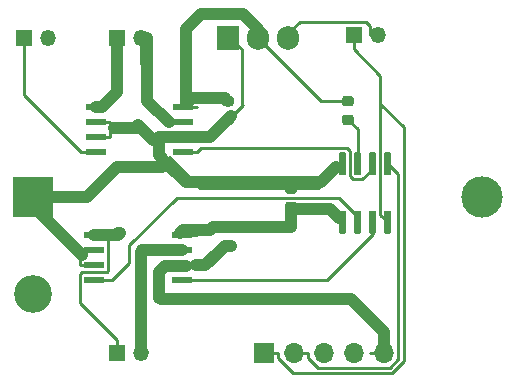
<source format=gbr>
G04 #@! TF.GenerationSoftware,KiCad,Pcbnew,(5.1.2)-2*
G04 #@! TF.CreationDate,2020-08-07T23:42:31+09:00*
G04 #@! TF.ProjectId,IRRemo,49525265-6d6f-42e6-9b69-6361645f7063,rev?*
G04 #@! TF.SameCoordinates,Original*
G04 #@! TF.FileFunction,Copper,L1,Top*
G04 #@! TF.FilePolarity,Positive*
%FSLAX46Y46*%
G04 Gerber Fmt 4.6, Leading zero omitted, Abs format (unit mm)*
G04 Created by KiCad (PCBNEW (5.1.2)-2) date 2020-08-07 23:42:31*
%MOMM*%
%LPD*%
G04 APERTURE LIST*
%ADD10C,3.500000*%
%ADD11R,3.500000X3.500000*%
%ADD12C,3.200000*%
%ADD13C,0.100000*%
%ADD14C,0.875000*%
%ADD15O,1.700000X1.700000*%
%ADD16R,1.700000X1.700000*%
%ADD17C,0.600000*%
%ADD18R,1.750000X0.550000*%
%ADD19O,1.905000X2.000000*%
%ADD20R,1.905000X2.000000*%
%ADD21O,1.350000X1.350000*%
%ADD22R,1.350000X1.350000*%
%ADD23C,0.800000*%
%ADD24C,0.250000*%
%ADD25C,1.000000*%
G04 APERTURE END LIST*
D10*
X147474000Y-113030000D03*
D11*
X109474000Y-113030000D03*
D12*
X109474000Y-121230000D03*
D13*
G36*
X131595691Y-113407053D02*
G01*
X131616926Y-113410203D01*
X131637750Y-113415419D01*
X131657962Y-113422651D01*
X131677368Y-113431830D01*
X131695781Y-113442866D01*
X131713024Y-113455654D01*
X131728930Y-113470070D01*
X131743346Y-113485976D01*
X131756134Y-113503219D01*
X131767170Y-113521632D01*
X131776349Y-113541038D01*
X131783581Y-113561250D01*
X131788797Y-113582074D01*
X131791947Y-113603309D01*
X131793000Y-113624750D01*
X131793000Y-114062250D01*
X131791947Y-114083691D01*
X131788797Y-114104926D01*
X131783581Y-114125750D01*
X131776349Y-114145962D01*
X131767170Y-114165368D01*
X131756134Y-114183781D01*
X131743346Y-114201024D01*
X131728930Y-114216930D01*
X131713024Y-114231346D01*
X131695781Y-114244134D01*
X131677368Y-114255170D01*
X131657962Y-114264349D01*
X131637750Y-114271581D01*
X131616926Y-114276797D01*
X131595691Y-114279947D01*
X131574250Y-114281000D01*
X131061750Y-114281000D01*
X131040309Y-114279947D01*
X131019074Y-114276797D01*
X130998250Y-114271581D01*
X130978038Y-114264349D01*
X130958632Y-114255170D01*
X130940219Y-114244134D01*
X130922976Y-114231346D01*
X130907070Y-114216930D01*
X130892654Y-114201024D01*
X130879866Y-114183781D01*
X130868830Y-114165368D01*
X130859651Y-114145962D01*
X130852419Y-114125750D01*
X130847203Y-114104926D01*
X130844053Y-114083691D01*
X130843000Y-114062250D01*
X130843000Y-113624750D01*
X130844053Y-113603309D01*
X130847203Y-113582074D01*
X130852419Y-113561250D01*
X130859651Y-113541038D01*
X130868830Y-113521632D01*
X130879866Y-113503219D01*
X130892654Y-113485976D01*
X130907070Y-113470070D01*
X130922976Y-113455654D01*
X130940219Y-113442866D01*
X130958632Y-113431830D01*
X130978038Y-113422651D01*
X130998250Y-113415419D01*
X131019074Y-113410203D01*
X131040309Y-113407053D01*
X131061750Y-113406000D01*
X131574250Y-113406000D01*
X131595691Y-113407053D01*
X131595691Y-113407053D01*
G37*
D14*
X131318000Y-113843500D03*
D13*
G36*
X131595691Y-111832053D02*
G01*
X131616926Y-111835203D01*
X131637750Y-111840419D01*
X131657962Y-111847651D01*
X131677368Y-111856830D01*
X131695781Y-111867866D01*
X131713024Y-111880654D01*
X131728930Y-111895070D01*
X131743346Y-111910976D01*
X131756134Y-111928219D01*
X131767170Y-111946632D01*
X131776349Y-111966038D01*
X131783581Y-111986250D01*
X131788797Y-112007074D01*
X131791947Y-112028309D01*
X131793000Y-112049750D01*
X131793000Y-112487250D01*
X131791947Y-112508691D01*
X131788797Y-112529926D01*
X131783581Y-112550750D01*
X131776349Y-112570962D01*
X131767170Y-112590368D01*
X131756134Y-112608781D01*
X131743346Y-112626024D01*
X131728930Y-112641930D01*
X131713024Y-112656346D01*
X131695781Y-112669134D01*
X131677368Y-112680170D01*
X131657962Y-112689349D01*
X131637750Y-112696581D01*
X131616926Y-112701797D01*
X131595691Y-112704947D01*
X131574250Y-112706000D01*
X131061750Y-112706000D01*
X131040309Y-112704947D01*
X131019074Y-112701797D01*
X130998250Y-112696581D01*
X130978038Y-112689349D01*
X130958632Y-112680170D01*
X130940219Y-112669134D01*
X130922976Y-112656346D01*
X130907070Y-112641930D01*
X130892654Y-112626024D01*
X130879866Y-112608781D01*
X130868830Y-112590368D01*
X130859651Y-112570962D01*
X130852419Y-112550750D01*
X130847203Y-112529926D01*
X130844053Y-112508691D01*
X130843000Y-112487250D01*
X130843000Y-112049750D01*
X130844053Y-112028309D01*
X130847203Y-112007074D01*
X130852419Y-111986250D01*
X130859651Y-111966038D01*
X130868830Y-111946632D01*
X130879866Y-111928219D01*
X130892654Y-111910976D01*
X130907070Y-111895070D01*
X130922976Y-111880654D01*
X130940219Y-111867866D01*
X130958632Y-111856830D01*
X130978038Y-111847651D01*
X130998250Y-111840419D01*
X131019074Y-111835203D01*
X131040309Y-111832053D01*
X131061750Y-111831000D01*
X131574250Y-111831000D01*
X131595691Y-111832053D01*
X131595691Y-111832053D01*
G37*
D14*
X131318000Y-112268500D03*
D13*
G36*
X126261691Y-104440053D02*
G01*
X126282926Y-104443203D01*
X126303750Y-104448419D01*
X126323962Y-104455651D01*
X126343368Y-104464830D01*
X126361781Y-104475866D01*
X126379024Y-104488654D01*
X126394930Y-104503070D01*
X126409346Y-104518976D01*
X126422134Y-104536219D01*
X126433170Y-104554632D01*
X126442349Y-104574038D01*
X126449581Y-104594250D01*
X126454797Y-104615074D01*
X126457947Y-104636309D01*
X126459000Y-104657750D01*
X126459000Y-105095250D01*
X126457947Y-105116691D01*
X126454797Y-105137926D01*
X126449581Y-105158750D01*
X126442349Y-105178962D01*
X126433170Y-105198368D01*
X126422134Y-105216781D01*
X126409346Y-105234024D01*
X126394930Y-105249930D01*
X126379024Y-105264346D01*
X126361781Y-105277134D01*
X126343368Y-105288170D01*
X126323962Y-105297349D01*
X126303750Y-105304581D01*
X126282926Y-105309797D01*
X126261691Y-105312947D01*
X126240250Y-105314000D01*
X125727750Y-105314000D01*
X125706309Y-105312947D01*
X125685074Y-105309797D01*
X125664250Y-105304581D01*
X125644038Y-105297349D01*
X125624632Y-105288170D01*
X125606219Y-105277134D01*
X125588976Y-105264346D01*
X125573070Y-105249930D01*
X125558654Y-105234024D01*
X125545866Y-105216781D01*
X125534830Y-105198368D01*
X125525651Y-105178962D01*
X125518419Y-105158750D01*
X125513203Y-105137926D01*
X125510053Y-105116691D01*
X125509000Y-105095250D01*
X125509000Y-104657750D01*
X125510053Y-104636309D01*
X125513203Y-104615074D01*
X125518419Y-104594250D01*
X125525651Y-104574038D01*
X125534830Y-104554632D01*
X125545866Y-104536219D01*
X125558654Y-104518976D01*
X125573070Y-104503070D01*
X125588976Y-104488654D01*
X125606219Y-104475866D01*
X125624632Y-104464830D01*
X125644038Y-104455651D01*
X125664250Y-104448419D01*
X125685074Y-104443203D01*
X125706309Y-104440053D01*
X125727750Y-104439000D01*
X126240250Y-104439000D01*
X126261691Y-104440053D01*
X126261691Y-104440053D01*
G37*
D14*
X125984000Y-104876500D03*
D13*
G36*
X126261691Y-106015053D02*
G01*
X126282926Y-106018203D01*
X126303750Y-106023419D01*
X126323962Y-106030651D01*
X126343368Y-106039830D01*
X126361781Y-106050866D01*
X126379024Y-106063654D01*
X126394930Y-106078070D01*
X126409346Y-106093976D01*
X126422134Y-106111219D01*
X126433170Y-106129632D01*
X126442349Y-106149038D01*
X126449581Y-106169250D01*
X126454797Y-106190074D01*
X126457947Y-106211309D01*
X126459000Y-106232750D01*
X126459000Y-106670250D01*
X126457947Y-106691691D01*
X126454797Y-106712926D01*
X126449581Y-106733750D01*
X126442349Y-106753962D01*
X126433170Y-106773368D01*
X126422134Y-106791781D01*
X126409346Y-106809024D01*
X126394930Y-106824930D01*
X126379024Y-106839346D01*
X126361781Y-106852134D01*
X126343368Y-106863170D01*
X126323962Y-106872349D01*
X126303750Y-106879581D01*
X126282926Y-106884797D01*
X126261691Y-106887947D01*
X126240250Y-106889000D01*
X125727750Y-106889000D01*
X125706309Y-106887947D01*
X125685074Y-106884797D01*
X125664250Y-106879581D01*
X125644038Y-106872349D01*
X125624632Y-106863170D01*
X125606219Y-106852134D01*
X125588976Y-106839346D01*
X125573070Y-106824930D01*
X125558654Y-106809024D01*
X125545866Y-106791781D01*
X125534830Y-106773368D01*
X125525651Y-106753962D01*
X125518419Y-106733750D01*
X125513203Y-106712926D01*
X125510053Y-106691691D01*
X125509000Y-106670250D01*
X125509000Y-106232750D01*
X125510053Y-106211309D01*
X125513203Y-106190074D01*
X125518419Y-106169250D01*
X125525651Y-106149038D01*
X125534830Y-106129632D01*
X125545866Y-106111219D01*
X125558654Y-106093976D01*
X125573070Y-106078070D01*
X125588976Y-106063654D01*
X125606219Y-106050866D01*
X125624632Y-106039830D01*
X125644038Y-106030651D01*
X125664250Y-106023419D01*
X125685074Y-106018203D01*
X125706309Y-106015053D01*
X125727750Y-106014000D01*
X126240250Y-106014000D01*
X126261691Y-106015053D01*
X126261691Y-106015053D01*
G37*
D14*
X125984000Y-106451500D03*
D13*
G36*
X126489691Y-115108053D02*
G01*
X126510926Y-115111203D01*
X126531750Y-115116419D01*
X126551962Y-115123651D01*
X126571368Y-115132830D01*
X126589781Y-115143866D01*
X126607024Y-115156654D01*
X126622930Y-115171070D01*
X126637346Y-115186976D01*
X126650134Y-115204219D01*
X126661170Y-115222632D01*
X126670349Y-115242038D01*
X126677581Y-115262250D01*
X126682797Y-115283074D01*
X126685947Y-115304309D01*
X126687000Y-115325750D01*
X126687000Y-115763250D01*
X126685947Y-115784691D01*
X126682797Y-115805926D01*
X126677581Y-115826750D01*
X126670349Y-115846962D01*
X126661170Y-115866368D01*
X126650134Y-115884781D01*
X126637346Y-115902024D01*
X126622930Y-115917930D01*
X126607024Y-115932346D01*
X126589781Y-115945134D01*
X126571368Y-115956170D01*
X126551962Y-115965349D01*
X126531750Y-115972581D01*
X126510926Y-115977797D01*
X126489691Y-115980947D01*
X126468250Y-115982000D01*
X125955750Y-115982000D01*
X125934309Y-115980947D01*
X125913074Y-115977797D01*
X125892250Y-115972581D01*
X125872038Y-115965349D01*
X125852632Y-115956170D01*
X125834219Y-115945134D01*
X125816976Y-115932346D01*
X125801070Y-115917930D01*
X125786654Y-115902024D01*
X125773866Y-115884781D01*
X125762830Y-115866368D01*
X125753651Y-115846962D01*
X125746419Y-115826750D01*
X125741203Y-115805926D01*
X125738053Y-115784691D01*
X125737000Y-115763250D01*
X125737000Y-115325750D01*
X125738053Y-115304309D01*
X125741203Y-115283074D01*
X125746419Y-115262250D01*
X125753651Y-115242038D01*
X125762830Y-115222632D01*
X125773866Y-115204219D01*
X125786654Y-115186976D01*
X125801070Y-115171070D01*
X125816976Y-115156654D01*
X125834219Y-115143866D01*
X125852632Y-115132830D01*
X125872038Y-115123651D01*
X125892250Y-115116419D01*
X125913074Y-115111203D01*
X125934309Y-115108053D01*
X125955750Y-115107000D01*
X126468250Y-115107000D01*
X126489691Y-115108053D01*
X126489691Y-115108053D01*
G37*
D14*
X126212000Y-115544500D03*
D13*
G36*
X126489691Y-116683053D02*
G01*
X126510926Y-116686203D01*
X126531750Y-116691419D01*
X126551962Y-116698651D01*
X126571368Y-116707830D01*
X126589781Y-116718866D01*
X126607024Y-116731654D01*
X126622930Y-116746070D01*
X126637346Y-116761976D01*
X126650134Y-116779219D01*
X126661170Y-116797632D01*
X126670349Y-116817038D01*
X126677581Y-116837250D01*
X126682797Y-116858074D01*
X126685947Y-116879309D01*
X126687000Y-116900750D01*
X126687000Y-117338250D01*
X126685947Y-117359691D01*
X126682797Y-117380926D01*
X126677581Y-117401750D01*
X126670349Y-117421962D01*
X126661170Y-117441368D01*
X126650134Y-117459781D01*
X126637346Y-117477024D01*
X126622930Y-117492930D01*
X126607024Y-117507346D01*
X126589781Y-117520134D01*
X126571368Y-117531170D01*
X126551962Y-117540349D01*
X126531750Y-117547581D01*
X126510926Y-117552797D01*
X126489691Y-117555947D01*
X126468250Y-117557000D01*
X125955750Y-117557000D01*
X125934309Y-117555947D01*
X125913074Y-117552797D01*
X125892250Y-117547581D01*
X125872038Y-117540349D01*
X125852632Y-117531170D01*
X125834219Y-117520134D01*
X125816976Y-117507346D01*
X125801070Y-117492930D01*
X125786654Y-117477024D01*
X125773866Y-117459781D01*
X125762830Y-117441368D01*
X125753651Y-117421962D01*
X125746419Y-117401750D01*
X125741203Y-117380926D01*
X125738053Y-117359691D01*
X125737000Y-117338250D01*
X125737000Y-116900750D01*
X125738053Y-116879309D01*
X125741203Y-116858074D01*
X125746419Y-116837250D01*
X125753651Y-116817038D01*
X125762830Y-116797632D01*
X125773866Y-116779219D01*
X125786654Y-116761976D01*
X125801070Y-116746070D01*
X125816976Y-116731654D01*
X125834219Y-116718866D01*
X125852632Y-116707830D01*
X125872038Y-116698651D01*
X125892250Y-116691419D01*
X125913074Y-116686203D01*
X125934309Y-116683053D01*
X125955750Y-116682000D01*
X126468250Y-116682000D01*
X126489691Y-116683053D01*
X126489691Y-116683053D01*
G37*
D14*
X126212000Y-117119500D03*
D15*
X139192000Y-126238000D03*
X136652000Y-126238000D03*
X134112000Y-126238000D03*
X131572000Y-126238000D03*
D16*
X129032000Y-126238000D03*
D13*
G36*
X139672703Y-114149722D02*
G01*
X139687264Y-114151882D01*
X139701543Y-114155459D01*
X139715403Y-114160418D01*
X139728710Y-114166712D01*
X139741336Y-114174280D01*
X139753159Y-114183048D01*
X139764066Y-114192934D01*
X139773952Y-114203841D01*
X139782720Y-114215664D01*
X139790288Y-114228290D01*
X139796582Y-114241597D01*
X139801541Y-114255457D01*
X139805118Y-114269736D01*
X139807278Y-114284297D01*
X139808000Y-114299000D01*
X139808000Y-115949000D01*
X139807278Y-115963703D01*
X139805118Y-115978264D01*
X139801541Y-115992543D01*
X139796582Y-116006403D01*
X139790288Y-116019710D01*
X139782720Y-116032336D01*
X139773952Y-116044159D01*
X139764066Y-116055066D01*
X139753159Y-116064952D01*
X139741336Y-116073720D01*
X139728710Y-116081288D01*
X139715403Y-116087582D01*
X139701543Y-116092541D01*
X139687264Y-116096118D01*
X139672703Y-116098278D01*
X139658000Y-116099000D01*
X139358000Y-116099000D01*
X139343297Y-116098278D01*
X139328736Y-116096118D01*
X139314457Y-116092541D01*
X139300597Y-116087582D01*
X139287290Y-116081288D01*
X139274664Y-116073720D01*
X139262841Y-116064952D01*
X139251934Y-116055066D01*
X139242048Y-116044159D01*
X139233280Y-116032336D01*
X139225712Y-116019710D01*
X139219418Y-116006403D01*
X139214459Y-115992543D01*
X139210882Y-115978264D01*
X139208722Y-115963703D01*
X139208000Y-115949000D01*
X139208000Y-114299000D01*
X139208722Y-114284297D01*
X139210882Y-114269736D01*
X139214459Y-114255457D01*
X139219418Y-114241597D01*
X139225712Y-114228290D01*
X139233280Y-114215664D01*
X139242048Y-114203841D01*
X139251934Y-114192934D01*
X139262841Y-114183048D01*
X139274664Y-114174280D01*
X139287290Y-114166712D01*
X139300597Y-114160418D01*
X139314457Y-114155459D01*
X139328736Y-114151882D01*
X139343297Y-114149722D01*
X139358000Y-114149000D01*
X139658000Y-114149000D01*
X139672703Y-114149722D01*
X139672703Y-114149722D01*
G37*
D17*
X139508000Y-115124000D03*
D13*
G36*
X138402703Y-114149722D02*
G01*
X138417264Y-114151882D01*
X138431543Y-114155459D01*
X138445403Y-114160418D01*
X138458710Y-114166712D01*
X138471336Y-114174280D01*
X138483159Y-114183048D01*
X138494066Y-114192934D01*
X138503952Y-114203841D01*
X138512720Y-114215664D01*
X138520288Y-114228290D01*
X138526582Y-114241597D01*
X138531541Y-114255457D01*
X138535118Y-114269736D01*
X138537278Y-114284297D01*
X138538000Y-114299000D01*
X138538000Y-115949000D01*
X138537278Y-115963703D01*
X138535118Y-115978264D01*
X138531541Y-115992543D01*
X138526582Y-116006403D01*
X138520288Y-116019710D01*
X138512720Y-116032336D01*
X138503952Y-116044159D01*
X138494066Y-116055066D01*
X138483159Y-116064952D01*
X138471336Y-116073720D01*
X138458710Y-116081288D01*
X138445403Y-116087582D01*
X138431543Y-116092541D01*
X138417264Y-116096118D01*
X138402703Y-116098278D01*
X138388000Y-116099000D01*
X138088000Y-116099000D01*
X138073297Y-116098278D01*
X138058736Y-116096118D01*
X138044457Y-116092541D01*
X138030597Y-116087582D01*
X138017290Y-116081288D01*
X138004664Y-116073720D01*
X137992841Y-116064952D01*
X137981934Y-116055066D01*
X137972048Y-116044159D01*
X137963280Y-116032336D01*
X137955712Y-116019710D01*
X137949418Y-116006403D01*
X137944459Y-115992543D01*
X137940882Y-115978264D01*
X137938722Y-115963703D01*
X137938000Y-115949000D01*
X137938000Y-114299000D01*
X137938722Y-114284297D01*
X137940882Y-114269736D01*
X137944459Y-114255457D01*
X137949418Y-114241597D01*
X137955712Y-114228290D01*
X137963280Y-114215664D01*
X137972048Y-114203841D01*
X137981934Y-114192934D01*
X137992841Y-114183048D01*
X138004664Y-114174280D01*
X138017290Y-114166712D01*
X138030597Y-114160418D01*
X138044457Y-114155459D01*
X138058736Y-114151882D01*
X138073297Y-114149722D01*
X138088000Y-114149000D01*
X138388000Y-114149000D01*
X138402703Y-114149722D01*
X138402703Y-114149722D01*
G37*
D17*
X138238000Y-115124000D03*
D13*
G36*
X137132703Y-114149722D02*
G01*
X137147264Y-114151882D01*
X137161543Y-114155459D01*
X137175403Y-114160418D01*
X137188710Y-114166712D01*
X137201336Y-114174280D01*
X137213159Y-114183048D01*
X137224066Y-114192934D01*
X137233952Y-114203841D01*
X137242720Y-114215664D01*
X137250288Y-114228290D01*
X137256582Y-114241597D01*
X137261541Y-114255457D01*
X137265118Y-114269736D01*
X137267278Y-114284297D01*
X137268000Y-114299000D01*
X137268000Y-115949000D01*
X137267278Y-115963703D01*
X137265118Y-115978264D01*
X137261541Y-115992543D01*
X137256582Y-116006403D01*
X137250288Y-116019710D01*
X137242720Y-116032336D01*
X137233952Y-116044159D01*
X137224066Y-116055066D01*
X137213159Y-116064952D01*
X137201336Y-116073720D01*
X137188710Y-116081288D01*
X137175403Y-116087582D01*
X137161543Y-116092541D01*
X137147264Y-116096118D01*
X137132703Y-116098278D01*
X137118000Y-116099000D01*
X136818000Y-116099000D01*
X136803297Y-116098278D01*
X136788736Y-116096118D01*
X136774457Y-116092541D01*
X136760597Y-116087582D01*
X136747290Y-116081288D01*
X136734664Y-116073720D01*
X136722841Y-116064952D01*
X136711934Y-116055066D01*
X136702048Y-116044159D01*
X136693280Y-116032336D01*
X136685712Y-116019710D01*
X136679418Y-116006403D01*
X136674459Y-115992543D01*
X136670882Y-115978264D01*
X136668722Y-115963703D01*
X136668000Y-115949000D01*
X136668000Y-114299000D01*
X136668722Y-114284297D01*
X136670882Y-114269736D01*
X136674459Y-114255457D01*
X136679418Y-114241597D01*
X136685712Y-114228290D01*
X136693280Y-114215664D01*
X136702048Y-114203841D01*
X136711934Y-114192934D01*
X136722841Y-114183048D01*
X136734664Y-114174280D01*
X136747290Y-114166712D01*
X136760597Y-114160418D01*
X136774457Y-114155459D01*
X136788736Y-114151882D01*
X136803297Y-114149722D01*
X136818000Y-114149000D01*
X137118000Y-114149000D01*
X137132703Y-114149722D01*
X137132703Y-114149722D01*
G37*
D17*
X136968000Y-115124000D03*
D13*
G36*
X135862703Y-114149722D02*
G01*
X135877264Y-114151882D01*
X135891543Y-114155459D01*
X135905403Y-114160418D01*
X135918710Y-114166712D01*
X135931336Y-114174280D01*
X135943159Y-114183048D01*
X135954066Y-114192934D01*
X135963952Y-114203841D01*
X135972720Y-114215664D01*
X135980288Y-114228290D01*
X135986582Y-114241597D01*
X135991541Y-114255457D01*
X135995118Y-114269736D01*
X135997278Y-114284297D01*
X135998000Y-114299000D01*
X135998000Y-115949000D01*
X135997278Y-115963703D01*
X135995118Y-115978264D01*
X135991541Y-115992543D01*
X135986582Y-116006403D01*
X135980288Y-116019710D01*
X135972720Y-116032336D01*
X135963952Y-116044159D01*
X135954066Y-116055066D01*
X135943159Y-116064952D01*
X135931336Y-116073720D01*
X135918710Y-116081288D01*
X135905403Y-116087582D01*
X135891543Y-116092541D01*
X135877264Y-116096118D01*
X135862703Y-116098278D01*
X135848000Y-116099000D01*
X135548000Y-116099000D01*
X135533297Y-116098278D01*
X135518736Y-116096118D01*
X135504457Y-116092541D01*
X135490597Y-116087582D01*
X135477290Y-116081288D01*
X135464664Y-116073720D01*
X135452841Y-116064952D01*
X135441934Y-116055066D01*
X135432048Y-116044159D01*
X135423280Y-116032336D01*
X135415712Y-116019710D01*
X135409418Y-116006403D01*
X135404459Y-115992543D01*
X135400882Y-115978264D01*
X135398722Y-115963703D01*
X135398000Y-115949000D01*
X135398000Y-114299000D01*
X135398722Y-114284297D01*
X135400882Y-114269736D01*
X135404459Y-114255457D01*
X135409418Y-114241597D01*
X135415712Y-114228290D01*
X135423280Y-114215664D01*
X135432048Y-114203841D01*
X135441934Y-114192934D01*
X135452841Y-114183048D01*
X135464664Y-114174280D01*
X135477290Y-114166712D01*
X135490597Y-114160418D01*
X135504457Y-114155459D01*
X135518736Y-114151882D01*
X135533297Y-114149722D01*
X135548000Y-114149000D01*
X135848000Y-114149000D01*
X135862703Y-114149722D01*
X135862703Y-114149722D01*
G37*
D17*
X135698000Y-115124000D03*
D13*
G36*
X135862703Y-109199722D02*
G01*
X135877264Y-109201882D01*
X135891543Y-109205459D01*
X135905403Y-109210418D01*
X135918710Y-109216712D01*
X135931336Y-109224280D01*
X135943159Y-109233048D01*
X135954066Y-109242934D01*
X135963952Y-109253841D01*
X135972720Y-109265664D01*
X135980288Y-109278290D01*
X135986582Y-109291597D01*
X135991541Y-109305457D01*
X135995118Y-109319736D01*
X135997278Y-109334297D01*
X135998000Y-109349000D01*
X135998000Y-110999000D01*
X135997278Y-111013703D01*
X135995118Y-111028264D01*
X135991541Y-111042543D01*
X135986582Y-111056403D01*
X135980288Y-111069710D01*
X135972720Y-111082336D01*
X135963952Y-111094159D01*
X135954066Y-111105066D01*
X135943159Y-111114952D01*
X135931336Y-111123720D01*
X135918710Y-111131288D01*
X135905403Y-111137582D01*
X135891543Y-111142541D01*
X135877264Y-111146118D01*
X135862703Y-111148278D01*
X135848000Y-111149000D01*
X135548000Y-111149000D01*
X135533297Y-111148278D01*
X135518736Y-111146118D01*
X135504457Y-111142541D01*
X135490597Y-111137582D01*
X135477290Y-111131288D01*
X135464664Y-111123720D01*
X135452841Y-111114952D01*
X135441934Y-111105066D01*
X135432048Y-111094159D01*
X135423280Y-111082336D01*
X135415712Y-111069710D01*
X135409418Y-111056403D01*
X135404459Y-111042543D01*
X135400882Y-111028264D01*
X135398722Y-111013703D01*
X135398000Y-110999000D01*
X135398000Y-109349000D01*
X135398722Y-109334297D01*
X135400882Y-109319736D01*
X135404459Y-109305457D01*
X135409418Y-109291597D01*
X135415712Y-109278290D01*
X135423280Y-109265664D01*
X135432048Y-109253841D01*
X135441934Y-109242934D01*
X135452841Y-109233048D01*
X135464664Y-109224280D01*
X135477290Y-109216712D01*
X135490597Y-109210418D01*
X135504457Y-109205459D01*
X135518736Y-109201882D01*
X135533297Y-109199722D01*
X135548000Y-109199000D01*
X135848000Y-109199000D01*
X135862703Y-109199722D01*
X135862703Y-109199722D01*
G37*
D17*
X135698000Y-110174000D03*
D13*
G36*
X137132703Y-109199722D02*
G01*
X137147264Y-109201882D01*
X137161543Y-109205459D01*
X137175403Y-109210418D01*
X137188710Y-109216712D01*
X137201336Y-109224280D01*
X137213159Y-109233048D01*
X137224066Y-109242934D01*
X137233952Y-109253841D01*
X137242720Y-109265664D01*
X137250288Y-109278290D01*
X137256582Y-109291597D01*
X137261541Y-109305457D01*
X137265118Y-109319736D01*
X137267278Y-109334297D01*
X137268000Y-109349000D01*
X137268000Y-110999000D01*
X137267278Y-111013703D01*
X137265118Y-111028264D01*
X137261541Y-111042543D01*
X137256582Y-111056403D01*
X137250288Y-111069710D01*
X137242720Y-111082336D01*
X137233952Y-111094159D01*
X137224066Y-111105066D01*
X137213159Y-111114952D01*
X137201336Y-111123720D01*
X137188710Y-111131288D01*
X137175403Y-111137582D01*
X137161543Y-111142541D01*
X137147264Y-111146118D01*
X137132703Y-111148278D01*
X137118000Y-111149000D01*
X136818000Y-111149000D01*
X136803297Y-111148278D01*
X136788736Y-111146118D01*
X136774457Y-111142541D01*
X136760597Y-111137582D01*
X136747290Y-111131288D01*
X136734664Y-111123720D01*
X136722841Y-111114952D01*
X136711934Y-111105066D01*
X136702048Y-111094159D01*
X136693280Y-111082336D01*
X136685712Y-111069710D01*
X136679418Y-111056403D01*
X136674459Y-111042543D01*
X136670882Y-111028264D01*
X136668722Y-111013703D01*
X136668000Y-110999000D01*
X136668000Y-109349000D01*
X136668722Y-109334297D01*
X136670882Y-109319736D01*
X136674459Y-109305457D01*
X136679418Y-109291597D01*
X136685712Y-109278290D01*
X136693280Y-109265664D01*
X136702048Y-109253841D01*
X136711934Y-109242934D01*
X136722841Y-109233048D01*
X136734664Y-109224280D01*
X136747290Y-109216712D01*
X136760597Y-109210418D01*
X136774457Y-109205459D01*
X136788736Y-109201882D01*
X136803297Y-109199722D01*
X136818000Y-109199000D01*
X137118000Y-109199000D01*
X137132703Y-109199722D01*
X137132703Y-109199722D01*
G37*
D17*
X136968000Y-110174000D03*
D13*
G36*
X138402703Y-109199722D02*
G01*
X138417264Y-109201882D01*
X138431543Y-109205459D01*
X138445403Y-109210418D01*
X138458710Y-109216712D01*
X138471336Y-109224280D01*
X138483159Y-109233048D01*
X138494066Y-109242934D01*
X138503952Y-109253841D01*
X138512720Y-109265664D01*
X138520288Y-109278290D01*
X138526582Y-109291597D01*
X138531541Y-109305457D01*
X138535118Y-109319736D01*
X138537278Y-109334297D01*
X138538000Y-109349000D01*
X138538000Y-110999000D01*
X138537278Y-111013703D01*
X138535118Y-111028264D01*
X138531541Y-111042543D01*
X138526582Y-111056403D01*
X138520288Y-111069710D01*
X138512720Y-111082336D01*
X138503952Y-111094159D01*
X138494066Y-111105066D01*
X138483159Y-111114952D01*
X138471336Y-111123720D01*
X138458710Y-111131288D01*
X138445403Y-111137582D01*
X138431543Y-111142541D01*
X138417264Y-111146118D01*
X138402703Y-111148278D01*
X138388000Y-111149000D01*
X138088000Y-111149000D01*
X138073297Y-111148278D01*
X138058736Y-111146118D01*
X138044457Y-111142541D01*
X138030597Y-111137582D01*
X138017290Y-111131288D01*
X138004664Y-111123720D01*
X137992841Y-111114952D01*
X137981934Y-111105066D01*
X137972048Y-111094159D01*
X137963280Y-111082336D01*
X137955712Y-111069710D01*
X137949418Y-111056403D01*
X137944459Y-111042543D01*
X137940882Y-111028264D01*
X137938722Y-111013703D01*
X137938000Y-110999000D01*
X137938000Y-109349000D01*
X137938722Y-109334297D01*
X137940882Y-109319736D01*
X137944459Y-109305457D01*
X137949418Y-109291597D01*
X137955712Y-109278290D01*
X137963280Y-109265664D01*
X137972048Y-109253841D01*
X137981934Y-109242934D01*
X137992841Y-109233048D01*
X138004664Y-109224280D01*
X138017290Y-109216712D01*
X138030597Y-109210418D01*
X138044457Y-109205459D01*
X138058736Y-109201882D01*
X138073297Y-109199722D01*
X138088000Y-109199000D01*
X138388000Y-109199000D01*
X138402703Y-109199722D01*
X138402703Y-109199722D01*
G37*
D17*
X138238000Y-110174000D03*
D13*
G36*
X139672703Y-109199722D02*
G01*
X139687264Y-109201882D01*
X139701543Y-109205459D01*
X139715403Y-109210418D01*
X139728710Y-109216712D01*
X139741336Y-109224280D01*
X139753159Y-109233048D01*
X139764066Y-109242934D01*
X139773952Y-109253841D01*
X139782720Y-109265664D01*
X139790288Y-109278290D01*
X139796582Y-109291597D01*
X139801541Y-109305457D01*
X139805118Y-109319736D01*
X139807278Y-109334297D01*
X139808000Y-109349000D01*
X139808000Y-110999000D01*
X139807278Y-111013703D01*
X139805118Y-111028264D01*
X139801541Y-111042543D01*
X139796582Y-111056403D01*
X139790288Y-111069710D01*
X139782720Y-111082336D01*
X139773952Y-111094159D01*
X139764066Y-111105066D01*
X139753159Y-111114952D01*
X139741336Y-111123720D01*
X139728710Y-111131288D01*
X139715403Y-111137582D01*
X139701543Y-111142541D01*
X139687264Y-111146118D01*
X139672703Y-111148278D01*
X139658000Y-111149000D01*
X139358000Y-111149000D01*
X139343297Y-111148278D01*
X139328736Y-111146118D01*
X139314457Y-111142541D01*
X139300597Y-111137582D01*
X139287290Y-111131288D01*
X139274664Y-111123720D01*
X139262841Y-111114952D01*
X139251934Y-111105066D01*
X139242048Y-111094159D01*
X139233280Y-111082336D01*
X139225712Y-111069710D01*
X139219418Y-111056403D01*
X139214459Y-111042543D01*
X139210882Y-111028264D01*
X139208722Y-111013703D01*
X139208000Y-110999000D01*
X139208000Y-109349000D01*
X139208722Y-109334297D01*
X139210882Y-109319736D01*
X139214459Y-109305457D01*
X139219418Y-109291597D01*
X139225712Y-109278290D01*
X139233280Y-109265664D01*
X139242048Y-109253841D01*
X139251934Y-109242934D01*
X139262841Y-109233048D01*
X139274664Y-109224280D01*
X139287290Y-109216712D01*
X139300597Y-109210418D01*
X139314457Y-109205459D01*
X139328736Y-109201882D01*
X139343297Y-109199722D01*
X139358000Y-109199000D01*
X139658000Y-109199000D01*
X139672703Y-109199722D01*
X139672703Y-109199722D01*
G37*
D17*
X139508000Y-110174000D03*
D18*
X122174000Y-105410000D03*
X122174000Y-106680000D03*
X122174000Y-107950000D03*
X122174000Y-109220000D03*
X114774000Y-109220000D03*
X114774000Y-107950000D03*
X114774000Y-106680000D03*
X114774000Y-105410000D03*
X122064000Y-116205000D03*
X122064000Y-117475000D03*
X122064000Y-118745000D03*
X122064000Y-120015000D03*
X114664000Y-120015000D03*
X114664000Y-118745000D03*
X114664000Y-117475000D03*
X114664000Y-116205000D03*
D19*
X131064000Y-99568000D03*
X128524000Y-99568000D03*
D20*
X125984000Y-99568000D03*
D21*
X138652000Y-99314000D03*
D22*
X136652000Y-99314000D03*
D21*
X110712000Y-99568000D03*
D22*
X108712000Y-99568000D03*
D21*
X118586000Y-99568000D03*
D22*
X116586000Y-99568000D03*
D21*
X118586000Y-126238000D03*
D22*
X116586000Y-126238000D03*
D13*
G36*
X136421691Y-104440053D02*
G01*
X136442926Y-104443203D01*
X136463750Y-104448419D01*
X136483962Y-104455651D01*
X136503368Y-104464830D01*
X136521781Y-104475866D01*
X136539024Y-104488654D01*
X136554930Y-104503070D01*
X136569346Y-104518976D01*
X136582134Y-104536219D01*
X136593170Y-104554632D01*
X136602349Y-104574038D01*
X136609581Y-104594250D01*
X136614797Y-104615074D01*
X136617947Y-104636309D01*
X136619000Y-104657750D01*
X136619000Y-105095250D01*
X136617947Y-105116691D01*
X136614797Y-105137926D01*
X136609581Y-105158750D01*
X136602349Y-105178962D01*
X136593170Y-105198368D01*
X136582134Y-105216781D01*
X136569346Y-105234024D01*
X136554930Y-105249930D01*
X136539024Y-105264346D01*
X136521781Y-105277134D01*
X136503368Y-105288170D01*
X136483962Y-105297349D01*
X136463750Y-105304581D01*
X136442926Y-105309797D01*
X136421691Y-105312947D01*
X136400250Y-105314000D01*
X135887750Y-105314000D01*
X135866309Y-105312947D01*
X135845074Y-105309797D01*
X135824250Y-105304581D01*
X135804038Y-105297349D01*
X135784632Y-105288170D01*
X135766219Y-105277134D01*
X135748976Y-105264346D01*
X135733070Y-105249930D01*
X135718654Y-105234024D01*
X135705866Y-105216781D01*
X135694830Y-105198368D01*
X135685651Y-105178962D01*
X135678419Y-105158750D01*
X135673203Y-105137926D01*
X135670053Y-105116691D01*
X135669000Y-105095250D01*
X135669000Y-104657750D01*
X135670053Y-104636309D01*
X135673203Y-104615074D01*
X135678419Y-104594250D01*
X135685651Y-104574038D01*
X135694830Y-104554632D01*
X135705866Y-104536219D01*
X135718654Y-104518976D01*
X135733070Y-104503070D01*
X135748976Y-104488654D01*
X135766219Y-104475866D01*
X135784632Y-104464830D01*
X135804038Y-104455651D01*
X135824250Y-104448419D01*
X135845074Y-104443203D01*
X135866309Y-104440053D01*
X135887750Y-104439000D01*
X136400250Y-104439000D01*
X136421691Y-104440053D01*
X136421691Y-104440053D01*
G37*
D14*
X136144000Y-104876500D03*
D13*
G36*
X136421691Y-106015053D02*
G01*
X136442926Y-106018203D01*
X136463750Y-106023419D01*
X136483962Y-106030651D01*
X136503368Y-106039830D01*
X136521781Y-106050866D01*
X136539024Y-106063654D01*
X136554930Y-106078070D01*
X136569346Y-106093976D01*
X136582134Y-106111219D01*
X136593170Y-106129632D01*
X136602349Y-106149038D01*
X136609581Y-106169250D01*
X136614797Y-106190074D01*
X136617947Y-106211309D01*
X136619000Y-106232750D01*
X136619000Y-106670250D01*
X136617947Y-106691691D01*
X136614797Y-106712926D01*
X136609581Y-106733750D01*
X136602349Y-106753962D01*
X136593170Y-106773368D01*
X136582134Y-106791781D01*
X136569346Y-106809024D01*
X136554930Y-106824930D01*
X136539024Y-106839346D01*
X136521781Y-106852134D01*
X136503368Y-106863170D01*
X136483962Y-106872349D01*
X136463750Y-106879581D01*
X136442926Y-106884797D01*
X136421691Y-106887947D01*
X136400250Y-106889000D01*
X135887750Y-106889000D01*
X135866309Y-106887947D01*
X135845074Y-106884797D01*
X135824250Y-106879581D01*
X135804038Y-106872349D01*
X135784632Y-106863170D01*
X135766219Y-106852134D01*
X135748976Y-106839346D01*
X135733070Y-106824930D01*
X135718654Y-106809024D01*
X135705866Y-106791781D01*
X135694830Y-106773368D01*
X135685651Y-106753962D01*
X135678419Y-106733750D01*
X135673203Y-106712926D01*
X135670053Y-106691691D01*
X135669000Y-106670250D01*
X135669000Y-106232750D01*
X135670053Y-106211309D01*
X135673203Y-106190074D01*
X135678419Y-106169250D01*
X135685651Y-106149038D01*
X135694830Y-106129632D01*
X135705866Y-106111219D01*
X135718654Y-106093976D01*
X135733070Y-106078070D01*
X135748976Y-106063654D01*
X135766219Y-106050866D01*
X135784632Y-106039830D01*
X135804038Y-106030651D01*
X135824250Y-106023419D01*
X135845074Y-106018203D01*
X135866309Y-106015053D01*
X135887750Y-106014000D01*
X136400250Y-106014000D01*
X136421691Y-106015053D01*
X136421691Y-106015053D01*
G37*
D14*
X136144000Y-106451500D03*
D23*
X116840000Y-116078000D03*
X131318000Y-115570000D03*
D24*
X125399000Y-117932500D02*
X124586000Y-118745000D01*
X126212000Y-117120000D02*
X125399000Y-117932500D01*
X125399000Y-117932500D02*
X126212000Y-117119500D01*
X120142000Y-108397400D02*
X119827400Y-108397400D01*
X119827400Y-108397400D02*
X119634000Y-108204000D01*
D25*
X120142000Y-108397400D02*
X120142000Y-109474000D01*
X120142000Y-109474000D02*
X120777000Y-110109000D01*
X120142000Y-107950000D02*
X120142000Y-108397400D01*
D24*
X125984000Y-106452000D02*
X125984000Y-106451500D01*
X125984000Y-106452000D02*
X127140000Y-105296000D01*
X124486000Y-107950000D02*
X125984000Y-106452000D01*
X116332000Y-107188000D02*
X115974000Y-107188000D01*
D25*
X116332000Y-107188000D02*
X118618000Y-107188000D01*
D24*
X115974000Y-107188000D02*
X115974000Y-106680000D01*
X115974000Y-106680000D02*
X114774000Y-106680000D01*
X114774000Y-107950000D02*
X115974000Y-107950000D01*
X115974000Y-107950000D02*
X115974000Y-107188000D01*
X126689000Y-100019000D02*
X126435000Y-100019000D01*
X126435000Y-100019000D02*
X125984000Y-99568000D01*
X126689000Y-100019000D02*
X126238000Y-99568000D01*
X127140000Y-105296000D02*
X127140000Y-100470000D01*
X127140000Y-100470000D02*
X126689000Y-100019000D01*
X131318000Y-112268000D02*
X123612000Y-112268000D01*
X123612000Y-112268000D02*
X123104000Y-111760000D01*
X135698000Y-110174000D02*
X133604000Y-112268000D01*
X133604000Y-112268000D02*
X131318000Y-112268000D01*
X131318000Y-112268500D02*
X131318000Y-112268000D01*
X125984000Y-99568000D02*
X125984000Y-99310700D01*
D25*
X118618000Y-107188000D02*
X119634000Y-108204000D01*
D24*
X126712000Y-98582800D02*
X125984000Y-99310700D01*
D25*
X118364000Y-106934000D02*
X118618000Y-107188000D01*
X123104000Y-111760000D02*
X133858000Y-111760000D01*
X133858000Y-111760000D02*
X135128000Y-110490000D01*
X120777000Y-110109000D02*
X122428000Y-111760000D01*
X122428000Y-111760000D02*
X123104000Y-111760000D01*
D24*
X123104000Y-111760000D02*
X120974000Y-109630000D01*
X113610000Y-117928000D02*
X113464000Y-118075000D01*
X113464000Y-118075000D02*
X113464000Y-118745000D01*
X113464000Y-118745000D02*
X114664000Y-118745000D01*
X114064000Y-117475000D02*
X113610000Y-117928000D01*
D25*
X120974000Y-107950000D02*
X122174000Y-107950000D01*
X120142000Y-107950000D02*
X120974000Y-107950000D01*
D24*
X120974000Y-107950000D02*
X120142000Y-107950000D01*
X122174000Y-107950000D02*
X120974000Y-107950000D01*
D25*
X124486000Y-107950000D02*
X124486000Y-107924000D01*
X124486000Y-107924000D02*
X126238000Y-106172000D01*
X122174000Y-107950000D02*
X124486000Y-107950000D01*
D24*
X122174000Y-107950000D02*
X124486000Y-107950000D01*
X127140000Y-105296000D02*
X127254000Y-105182000D01*
D25*
X109474000Y-113030000D02*
X109474000Y-113792000D01*
X109474000Y-113792000D02*
X113610000Y-117928000D01*
X114046000Y-113030000D02*
X116586000Y-110490000D01*
X116586000Y-110490000D02*
X120396000Y-110490000D01*
X120396000Y-110490000D02*
X120777000Y-110109000D01*
D24*
X120142000Y-107950000D02*
X120974000Y-107950000D01*
X109474000Y-113030000D02*
X112629000Y-113030000D01*
X122174000Y-107950000D02*
X120974000Y-107950000D01*
X138017000Y-126238000D02*
X139192000Y-126238000D01*
X112629000Y-116640000D02*
X113464000Y-117475000D01*
X113464000Y-117475000D02*
X114064000Y-117475000D01*
X114664000Y-117475000D02*
X114064000Y-117475000D01*
D25*
X114046000Y-113030000D02*
X109220000Y-113030000D01*
X126212000Y-117119500D02*
X125704500Y-117119500D01*
X124079000Y-118745000D02*
X123317000Y-118745000D01*
X125704500Y-117119500D02*
X124079000Y-118745000D01*
D24*
X124586000Y-118745000D02*
X123317000Y-118745000D01*
X123317000Y-118745000D02*
X122064000Y-118745000D01*
D25*
X139192000Y-126238000D02*
X139192000Y-124460000D01*
X139192000Y-124460000D02*
X136398000Y-121666000D01*
X136398000Y-121666000D02*
X120294010Y-121666000D01*
X120294010Y-121666000D02*
X120142000Y-121513990D01*
X120142000Y-121513990D02*
X120142000Y-119380000D01*
X120142000Y-119380000D02*
X120650000Y-118872000D01*
X120650000Y-118872000D02*
X122428000Y-118872000D01*
D24*
X108712000Y-99568000D02*
X108712000Y-104358000D01*
X108712000Y-104358000D02*
X113574000Y-109220000D01*
X113574000Y-109220000D02*
X114774000Y-109220000D01*
X119126000Y-102200000D02*
X118586000Y-101660000D01*
X118586000Y-101660000D02*
X118586000Y-99568000D01*
D25*
X119126000Y-102200000D02*
X119126000Y-104832000D01*
X119126000Y-104832000D02*
X120974000Y-106680000D01*
X119126000Y-99568000D02*
X119126000Y-102200000D01*
D24*
X122174000Y-106680000D02*
X120974000Y-106680000D01*
X116586000Y-99822000D02*
X116586000Y-104140000D01*
X116586000Y-99568000D02*
X116586000Y-99822000D01*
D25*
X116586000Y-104140000D02*
X116586000Y-99822000D01*
X114774000Y-105410000D02*
X115316000Y-105410000D01*
X115316000Y-105410000D02*
X116586000Y-104140000D01*
D24*
X119126000Y-126237900D02*
X118586100Y-126237900D01*
X118586100Y-126237900D02*
X118586000Y-126238000D01*
X119126000Y-126237900D02*
X119126000Y-126237800D01*
X119126000Y-126238000D02*
X119126000Y-126237900D01*
X119126000Y-126237800D02*
X119126000Y-126237700D01*
X119126000Y-126237700D02*
X119126000Y-126237500D01*
X119126000Y-126237500D02*
X119126000Y-126237100D01*
X119126000Y-126237100D02*
X119126000Y-126236200D01*
X119126000Y-126236200D02*
X119126000Y-126234500D01*
X119126000Y-126234500D02*
X119126000Y-126231100D01*
X119126000Y-126231100D02*
X119126000Y-126224200D01*
X119126000Y-126224200D02*
X119126000Y-126210500D01*
X119126000Y-126210500D02*
X119126000Y-126183100D01*
X119126000Y-126183100D02*
X119126000Y-126128200D01*
X119126000Y-126128200D02*
X119126000Y-126018400D01*
D25*
X118745000Y-117475000D02*
X122064000Y-117475000D01*
X118586000Y-126238000D02*
X118586000Y-117634000D01*
X118586000Y-117634000D02*
X118745000Y-117475000D01*
D24*
X138238000Y-115124000D02*
X138238000Y-116166000D01*
X138238000Y-116166000D02*
X134389000Y-120015000D01*
X134389000Y-120015000D02*
X122064000Y-120015000D01*
X136968000Y-114657000D02*
X136968000Y-115124000D01*
X116205000Y-120015000D02*
X117602000Y-118618000D01*
X114664000Y-120015000D02*
X116205000Y-120015000D01*
X117602000Y-118618000D02*
X117602000Y-117094000D01*
X117602000Y-117094000D02*
X121640000Y-113056000D01*
X121640000Y-113056000D02*
X135367000Y-113056000D01*
X135367000Y-113056000D02*
X136968000Y-114657000D01*
X122174000Y-109220000D02*
X123374300Y-109220000D01*
X123374300Y-109220000D02*
X123721300Y-108873000D01*
X123721300Y-108873000D02*
X136098700Y-108873000D01*
X136098700Y-108873000D02*
X136333000Y-109107300D01*
X136333000Y-109107300D02*
X136333000Y-111210100D01*
X136333000Y-111210100D02*
X136605500Y-111482600D01*
X136605500Y-111482600D02*
X137359700Y-111482600D01*
X137359700Y-111482600D02*
X138238000Y-110604300D01*
X138238000Y-110604300D02*
X138238000Y-110174000D01*
X138238000Y-110174000D02*
X138238000Y-109712000D01*
X131359000Y-98853300D02*
X131064000Y-99148300D01*
X131064000Y-99148300D02*
X131064000Y-99568000D01*
X131359000Y-98853300D02*
X130644000Y-99568000D01*
X138652000Y-99314000D02*
X138017000Y-99314000D01*
X138017000Y-99314000D02*
X138017000Y-98506000D01*
X138017000Y-98506000D02*
X137649000Y-98138600D01*
X137649000Y-98138600D02*
X132074000Y-98138600D01*
X132074000Y-98138600D02*
X131359000Y-98853300D01*
X139192000Y-99314000D02*
X138652000Y-99314000D01*
D25*
X115864000Y-116205000D02*
X114664000Y-116205000D01*
X116840000Y-116078000D02*
X116713000Y-116205000D01*
X116713000Y-116205000D02*
X115864000Y-116205000D01*
D24*
X116586000Y-126238000D02*
X116586000Y-125063000D01*
X116586000Y-125063000D02*
X113464000Y-121940000D01*
X113464000Y-121940000D02*
X113464000Y-119551000D01*
X113464000Y-119551000D02*
X113636000Y-119378000D01*
X113636000Y-119378000D02*
X115725000Y-119378000D01*
X115725000Y-119378000D02*
X115864000Y-119239000D01*
X115864000Y-119239000D02*
X115864000Y-116205000D01*
X114664000Y-116205000D02*
X115864000Y-116205000D01*
D25*
X116840000Y-116078000D02*
X116689000Y-116078000D01*
D24*
X131318500Y-113844000D02*
X131318000Y-113843500D01*
X134620000Y-114046000D02*
X134418000Y-113844000D01*
X134418000Y-113844000D02*
X131318500Y-113844000D01*
X131318500Y-113844000D02*
X131318000Y-113844000D01*
X129617000Y-115544000D02*
X126212500Y-115544000D01*
X126212500Y-115544000D02*
X126212000Y-115544500D01*
X126212500Y-115544000D02*
X123925000Y-115544000D01*
X123925000Y-115544000D02*
X123645000Y-115824000D01*
X128524000Y-99567900D02*
X133832600Y-104876500D01*
X133832600Y-104876500D02*
X136144000Y-104876500D01*
D25*
X128524000Y-99567900D02*
X128524000Y-99567800D01*
X128524000Y-99568000D02*
X128524000Y-99567900D01*
D24*
X128524000Y-99567900D02*
X128524000Y-99567800D01*
X128524000Y-99568000D02*
X128524000Y-99567900D01*
X128524000Y-99567800D02*
X128524000Y-99567600D01*
D25*
X128524000Y-99567800D02*
X128524000Y-99567600D01*
X128524000Y-99567600D02*
X128524000Y-99567200D01*
D24*
X128524000Y-99567600D02*
X128524000Y-99567200D01*
X128524000Y-99567200D02*
X128524000Y-99566500D01*
D25*
X128524000Y-99567200D02*
X128524000Y-99566500D01*
X128524000Y-99566500D02*
X128524000Y-99565000D01*
D24*
X128524000Y-99566500D02*
X128524000Y-99565000D01*
X128524000Y-99565000D02*
X128524000Y-99562000D01*
D25*
X128524000Y-99565000D02*
X128524000Y-99562000D01*
X128524000Y-99562000D02*
X128524000Y-99556000D01*
D24*
X128524000Y-99562000D02*
X128524000Y-99556000D01*
X128524000Y-99556000D02*
X128524000Y-99544100D01*
D25*
X128524000Y-99556000D02*
X128524000Y-99544100D01*
X128524000Y-99544100D02*
X128524000Y-99520300D01*
D24*
X128524000Y-99544100D02*
X128524000Y-99520300D01*
X128524000Y-99520300D02*
X128524000Y-99472700D01*
D25*
X128524000Y-99520300D02*
X128524000Y-99472700D01*
X128524000Y-99472700D02*
X128524000Y-99377500D01*
D24*
X128524000Y-99472700D02*
X128524000Y-99377500D01*
X125983800Y-104876000D02*
X125984000Y-104876200D01*
X125984000Y-104876200D02*
X125984000Y-104876500D01*
X125983800Y-104876000D02*
X125984000Y-104876000D01*
X125983500Y-104876000D02*
X125983800Y-104876000D01*
X128524000Y-99377500D02*
X128524000Y-99187000D01*
D25*
X128524000Y-99377500D02*
X128524000Y-99187000D01*
D24*
X125857000Y-104775000D02*
X125882500Y-104775000D01*
X125882500Y-104775000D02*
X125983500Y-104876000D01*
D25*
X125857000Y-104775000D02*
X125730000Y-104648000D01*
X125730000Y-104648000D02*
X122936000Y-104648000D01*
X122936000Y-104648000D02*
X122428000Y-105156000D01*
X122428000Y-105156000D02*
X122428000Y-98806000D01*
X122428000Y-98806000D02*
X123698000Y-97536000D01*
X123698000Y-97536000D02*
X127254000Y-97536000D01*
X127254000Y-97536000D02*
X128524000Y-98806000D01*
X125984000Y-104902000D02*
X125857000Y-104775000D01*
X128524000Y-99187000D02*
X128524000Y-98806000D01*
D24*
X128524000Y-99187000D02*
X128524000Y-98806000D01*
X122174000Y-105410000D02*
X123374000Y-105410000D01*
X123908000Y-104876000D02*
X125983500Y-104876000D01*
X135382000Y-114808000D02*
X134620000Y-114046000D01*
X135698000Y-115124000D02*
X135382000Y-114808000D01*
D25*
X134620000Y-114046000D02*
X135382000Y-114808000D01*
X131318000Y-115570000D02*
X131318000Y-114046000D01*
X131318000Y-114046000D02*
X134620000Y-114046000D01*
X123645000Y-115824000D02*
X122174000Y-115824000D01*
X122174000Y-115824000D02*
X121920000Y-116078000D01*
X131318000Y-115570000D02*
X124714000Y-115570000D01*
X124714000Y-115570000D02*
X124460000Y-115824000D01*
X124460000Y-115824000D02*
X123645000Y-115824000D01*
D24*
X122064000Y-116205000D02*
X123264000Y-116205000D01*
X123264000Y-116205000D02*
X123645000Y-115824000D01*
X128524000Y-98806000D02*
X128524000Y-98592700D01*
X128524000Y-98592700D02*
X128514000Y-98582800D01*
X136968000Y-110174000D02*
X136968000Y-107275500D01*
X136968000Y-107275500D02*
X136144000Y-106451500D01*
X139508000Y-110174000D02*
X140389000Y-111055000D01*
X140389000Y-111055000D02*
X140389000Y-126725000D01*
X140389000Y-126725000D02*
X139672000Y-127442000D01*
X139672000Y-127442000D02*
X133586000Y-127442000D01*
X133586000Y-127442000D02*
X132747000Y-126603000D01*
X132747000Y-126603000D02*
X132747000Y-126238000D01*
X132747000Y-126238000D02*
X131572000Y-126238000D01*
X129032000Y-126238000D02*
X130207300Y-126238000D01*
X138873000Y-105087700D02*
X140887500Y-107102200D01*
X140887500Y-107102200D02*
X140887500Y-126908300D01*
X140887500Y-126908300D02*
X139872400Y-127923400D01*
X139872400Y-127923400D02*
X131525400Y-127923400D01*
X131525400Y-127923400D02*
X130207300Y-126605300D01*
X130207300Y-126605300D02*
X130207300Y-126238000D01*
X138873000Y-105087700D02*
X138873000Y-114489000D01*
X138873000Y-114489000D02*
X139508000Y-115124000D01*
X136652000Y-99314000D02*
X136652000Y-100489000D01*
X136652000Y-100489000D02*
X138873000Y-102710000D01*
X138873000Y-102710000D02*
X138873000Y-105087700D01*
M02*

</source>
